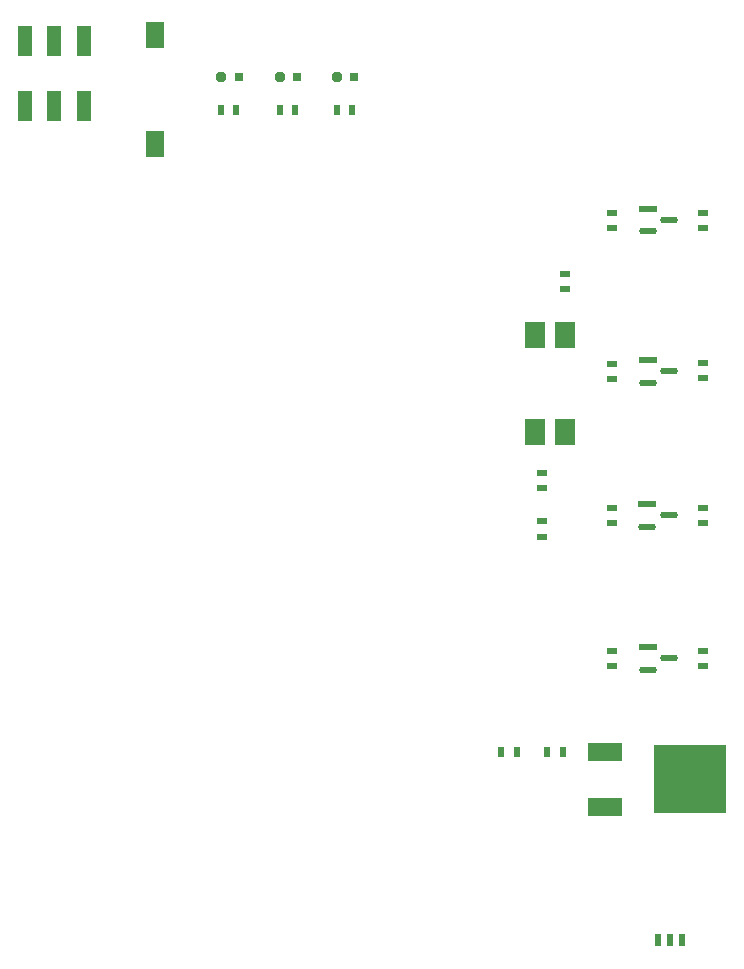
<source format=gtp>
G04*
G04 #@! TF.GenerationSoftware,Altium Limited,Altium Designer,20.1.8 (145)*
G04*
G04 Layer_Color=8421504*
%FSLAX25Y25*%
%MOIN*%
G70*
G04*
G04 #@! TF.SameCoordinates,270EA023-51AB-43D7-A289-41EC75A4802A*
G04*
G04*
G04 #@! TF.FilePolarity,Positive*
G04*
G01*
G75*
%ADD16R,0.03740X0.01968*%
G04:AMPARAMS|DCode=17|XSize=60.01mil|YSize=22.75mil|CornerRadius=11.38mil|HoleSize=0mil|Usage=FLASHONLY|Rotation=0.000|XOffset=0mil|YOffset=0mil|HoleType=Round|Shape=RoundedRectangle|*
%AMROUNDEDRECTD17*
21,1,0.06001,0.00000,0,0,0.0*
21,1,0.03725,0.02275,0,0,0.0*
1,1,0.02275,0.01863,0.00000*
1,1,0.02275,-0.01863,0.00000*
1,1,0.02275,-0.01863,0.00000*
1,1,0.02275,0.01863,0.00000*
%
%ADD17ROUNDEDRECTD17*%
%ADD18R,0.06001X0.02275*%
%ADD19R,0.03150X0.03150*%
G04:AMPARAMS|DCode=20|XSize=31.5mil|YSize=31.5mil|CornerRadius=7.87mil|HoleSize=0mil|Usage=FLASHONLY|Rotation=0.000|XOffset=0mil|YOffset=0mil|HoleType=Round|Shape=RoundedRectangle|*
%AMROUNDEDRECTD20*
21,1,0.03150,0.01575,0,0,0.0*
21,1,0.01575,0.03150,0,0,0.0*
1,1,0.01575,0.00787,-0.00787*
1,1,0.01575,-0.00787,-0.00787*
1,1,0.01575,-0.00787,0.00787*
1,1,0.01575,0.00787,0.00787*
%
%ADD20ROUNDEDRECTD20*%
%ADD21R,0.01968X0.03740*%
%ADD22R,0.06693X0.08661*%
%ADD23R,0.24410X0.22835*%
%ADD24R,0.11811X0.06299*%
%ADD25R,0.04724X0.09843*%
%ADD26R,0.06299X0.08583*%
%ADD27R,0.06299X0.08661*%
%ADD28R,0.01968X0.03937*%
D16*
X264769Y112598D02*
D03*
Y107480D02*
D03*
Y253508D02*
D03*
Y258626D02*
D03*
X234454Y107480D02*
D03*
Y112598D02*
D03*
Y203150D02*
D03*
Y208268D02*
D03*
X264769Y203346D02*
D03*
Y208465D02*
D03*
X218618Y238173D02*
D03*
Y233055D02*
D03*
X234454Y253508D02*
D03*
Y258626D02*
D03*
X264567Y155118D02*
D03*
Y160236D02*
D03*
X234252Y155118D02*
D03*
Y160236D02*
D03*
X211024Y171850D02*
D03*
Y166732D02*
D03*
Y155709D02*
D03*
Y150591D02*
D03*
D17*
X253432Y256067D02*
D03*
X246265Y252327D02*
D03*
X253432Y110039D02*
D03*
X246265Y106299D02*
D03*
Y201969D02*
D03*
X253432Y205709D02*
D03*
X246063Y153937D02*
D03*
X253230Y157677D02*
D03*
D18*
X246265Y259807D02*
D03*
Y113779D02*
D03*
Y209449D02*
D03*
X246063Y161417D02*
D03*
D19*
X148402Y303776D02*
D03*
X129402D02*
D03*
X109902D02*
D03*
D20*
X142496D02*
D03*
X123496D02*
D03*
X103996D02*
D03*
D21*
X217913Y78740D02*
D03*
X212795D02*
D03*
X202559D02*
D03*
X197441D02*
D03*
X142496Y292752D02*
D03*
X147614D02*
D03*
X123496D02*
D03*
X128614D02*
D03*
X103996D02*
D03*
X109114D02*
D03*
D22*
X218779Y217717D02*
D03*
X208780D02*
D03*
Y185433D02*
D03*
X218779D02*
D03*
D23*
X260236Y69646D02*
D03*
D24*
X231890Y60630D02*
D03*
Y78661D02*
D03*
D25*
X38583Y315945D02*
D03*
Y294291D02*
D03*
X58268D02*
D03*
Y315945D02*
D03*
X48425D02*
D03*
Y294291D02*
D03*
D26*
X81890Y317697D02*
D03*
D27*
Y281516D02*
D03*
D28*
X257480Y16142D02*
D03*
X253543D02*
D03*
X249606D02*
D03*
M02*

</source>
